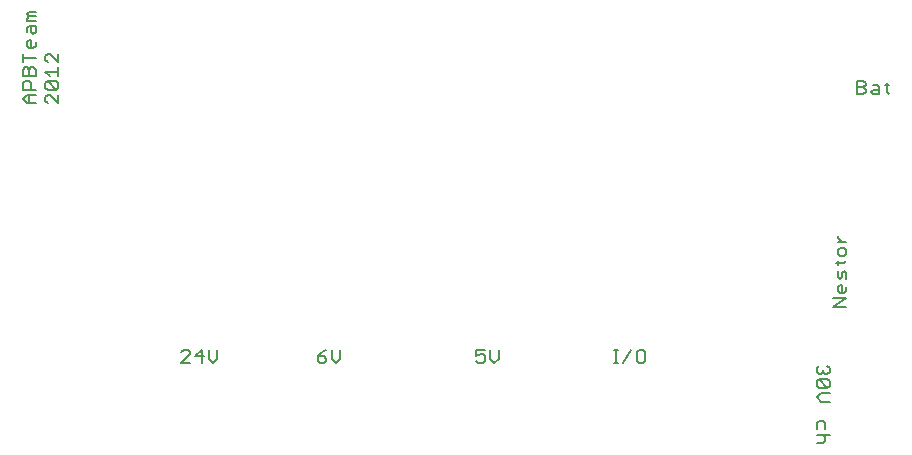
<source format=gto>
From 03d1a781f719c914973957790e3052e5f9ed4d2f Mon Sep 17 00:00:00 2001
From: Nicolas Schodet
Date: Sun, 25 Mar 2012 21:40:47 +0200
Subject: digital/io-hub, analog/supply: batchpcb order

---
 .../pcb/orders/batchpcb_2012-03-22/supply.GTO      | 285 +++++++++++++++++++++
 1 file changed, 285 insertions(+)
 create mode 100644 analog/supply/pcb/orders/batchpcb_2012-03-22/supply.GTO

(limited to 'analog/supply/pcb/orders/batchpcb_2012-03-22/supply.GTO')

diff --git a/analog/supply/pcb/orders/batchpcb_2012-03-22/supply.GTO b/analog/supply/pcb/orders/batchpcb_2012-03-22/supply.GTO
new file mode 100644
index 00000000..3820cf87
--- /dev/null
+++ b/analog/supply/pcb/orders/batchpcb_2012-03-22/supply.GTO
@@ -0,0 +1,285 @@
+G75*
+G70*
+%OFA0B0*%
+%FSLAX24Y24*%
+%IPPOS*%
+%LPD*%
+%AMOC8*
+5,1,8,0,0,1.08239X$1,22.5*
+%
+%ADD10C,0.0080*%
+D10*
+X006227Y005656D02*
+X006508Y005936D01*
+X006508Y006006D01*
+X006438Y006076D01*
+X006297Y006076D01*
+X006227Y006006D01*
+X006688Y005866D02*
+X006968Y005866D01*
+X007148Y005796D02*
+X007288Y005656D01*
+X007428Y005796D01*
+X007428Y006076D01*
+X007148Y006076D02*
+X007148Y005796D01*
+X006898Y005656D02*
+X006898Y006076D01*
+X006688Y005866D01*
+X006508Y005656D02*
+X006227Y005656D01*
+X010782Y005726D02*
+X010852Y005656D01*
+X010992Y005656D01*
+X011062Y005726D01*
+X011062Y005796D01*
+X010992Y005866D01*
+X010782Y005866D01*
+X010782Y005726D01*
+X010782Y005866D02*
+X010922Y006006D01*
+X011062Y006076D01*
+X011243Y006076D02*
+X011243Y005796D01*
+X011383Y005656D01*
+X011523Y005796D01*
+X011523Y006076D01*
+X016058Y006076D02*
+X016058Y005866D01*
+X016198Y005936D01*
+X016268Y005936D01*
+X016338Y005866D01*
+X016338Y005726D01*
+X016268Y005656D01*
+X016128Y005656D01*
+X016058Y005726D01*
+X016058Y006076D02*
+X016338Y006076D01*
+X016518Y006076D02*
+X016518Y005796D01*
+X016658Y005656D01*
+X016798Y005796D01*
+X016798Y006076D01*
+X020633Y006076D02*
+X020773Y006076D01*
+X020703Y006076D02*
+X020703Y005656D01*
+X020633Y005656D02*
+X020773Y005656D01*
+X020940Y005656D02*
+X021220Y006076D01*
+X021400Y006006D02*
+X021400Y005726D01*
+X021470Y005656D01*
+X021610Y005656D01*
+X021680Y005726D01*
+X021680Y006006D01*
+X021610Y006076D01*
+X021470Y006076D01*
+X021400Y006006D01*
+X027412Y005494D02*
+X027412Y005354D01*
+X027482Y005284D01*
+X027552Y005284D01*
+X027622Y005354D01*
+X027622Y005424D01*
+X027622Y005354D02*
+X027692Y005284D01*
+X027762Y005284D01*
+X027832Y005354D01*
+X027832Y005494D01*
+X027762Y005564D01*
+X027482Y005564D02*
+X027412Y005494D01*
+X027482Y005104D02*
+X027762Y004824D01*
+X027482Y004824D01*
+X027412Y004894D01*
+X027412Y005034D01*
+X027482Y005104D01*
+X027762Y005104D01*
+X027832Y005034D01*
+X027832Y004894D01*
+X027762Y004824D01*
+X027832Y004643D02*
+X027552Y004643D01*
+X027412Y004503D01*
+X027552Y004363D01*
+X027832Y004363D01*
+X027622Y003723D02*
+X027482Y003723D01*
+X027412Y003653D01*
+X027412Y003442D01*
+X027412Y003262D02*
+X027832Y003262D01*
+X027692Y003192D02*
+X027692Y003052D01*
+X027622Y002982D01*
+X027412Y002982D01*
+X027622Y003262D02*
+X027692Y003192D01*
+X027692Y003442D02*
+X027692Y003653D01*
+X027622Y003723D01*
+X027962Y007521D02*
+X028383Y007802D01*
+X027962Y007802D01*
+X028173Y007982D02*
+X028103Y008052D01*
+X028103Y008192D01*
+X028173Y008262D01*
+X028243Y008262D01*
+X028243Y007982D01*
+X028313Y007982D02*
+X028173Y007982D01*
+X028313Y007982D02*
+X028383Y008052D01*
+X028383Y008192D01*
+X028383Y008442D02*
+X028383Y008652D01*
+X028313Y008722D01*
+X028243Y008652D01*
+X028243Y008512D01*
+X028173Y008442D01*
+X028103Y008512D01*
+X028103Y008722D01*
+X028103Y008902D02*
+X028103Y009043D01*
+X028033Y008973D02*
+X028313Y008973D01*
+X028383Y009043D01*
+X028313Y009209D02*
+X028383Y009279D01*
+X028383Y009420D01*
+X028313Y009490D01*
+X028173Y009490D01*
+X028103Y009420D01*
+X028103Y009279D01*
+X028173Y009209D01*
+X028313Y009209D01*
+X028383Y009670D02*
+X028103Y009670D01*
+X028243Y009670D02*
+X028103Y009810D01*
+X028103Y009880D01*
+X027962Y007521D02*
+X028383Y007521D01*
+X028750Y014620D02*
+X028960Y014620D01*
+X029030Y014691D01*
+X029030Y014761D01*
+X028960Y014831D01*
+X028750Y014831D01*
+X028750Y015041D02*
+X028750Y014620D01*
+X028960Y014831D02*
+X029030Y014901D01*
+X029030Y014971D01*
+X028960Y015041D01*
+X028750Y015041D01*
+X029281Y014901D02*
+X029421Y014901D01*
+X029491Y014831D01*
+X029491Y014620D01*
+X029281Y014620D01*
+X029211Y014691D01*
+X029281Y014761D01*
+X029491Y014761D01*
+X029671Y014901D02*
+X029811Y014901D01*
+X029741Y014971D02*
+X029741Y014691D01*
+X029811Y014620D01*
+X002113Y014578D02*
+X002113Y014298D01*
+X001833Y014578D01*
+X001763Y014578D01*
+X001693Y014508D01*
+X001693Y014368D01*
+X001763Y014298D01*
+X001363Y014298D02*
+X001083Y014298D01*
+X000943Y014438D01*
+X001083Y014578D01*
+X001363Y014578D01*
+X001363Y014758D02*
+X000943Y014758D01*
+X000943Y014968D01*
+X001013Y015038D01*
+X001153Y015038D01*
+X001223Y014968D01*
+X001223Y014758D01*
+X001153Y014578D02*
+X001153Y014298D01*
+X001693Y014828D02*
+X001693Y014968D01*
+X001763Y015038D01*
+X002043Y014758D01*
+X002113Y014828D01*
+X002113Y014968D01*
+X002043Y015038D01*
+X001763Y015038D01*
+X001833Y015218D02*
+X001693Y015358D01*
+X002113Y015358D01*
+X002113Y015218D02*
+X002113Y015499D01*
+X002113Y015679D02*
+X001833Y015959D01*
+X001763Y015959D01*
+X001693Y015889D01*
+X001693Y015749D01*
+X001763Y015679D01*
+X002113Y015679D02*
+X002113Y015959D01*
+X001363Y015819D02*
+X000943Y015819D01*
+X000943Y015679D02*
+X000943Y015959D01*
+X001153Y016139D02*
+X001083Y016209D01*
+X001083Y016349D01*
+X001153Y016419D01*
+X001223Y016419D01*
+X001223Y016139D01*
+X001293Y016139D02*
+X001153Y016139D01*
+X001293Y016139D02*
+X001363Y016209D01*
+X001363Y016349D01*
+X001293Y016599D02*
+X001223Y016669D01*
+X001223Y016880D01*
+X001153Y016880D02*
+X001363Y016880D01*
+X001363Y016669D01*
+X001293Y016599D01*
+X001083Y016669D02*
+X001083Y016810D01*
+X001153Y016880D01*
+X001083Y017060D02*
+X001083Y017130D01*
+X001153Y017200D01*
+X001083Y017270D01*
+X001153Y017340D01*
+X001363Y017340D01*
+X001363Y017200D02*
+X001153Y017200D01*
+X001083Y017060D02*
+X001363Y017060D01*
+X001293Y015499D02*
+X001363Y015429D01*
+X001363Y015218D01*
+X000943Y015218D01*
+X000943Y015429D01*
+X001013Y015499D01*
+X001083Y015499D01*
+X001153Y015429D01*
+X001153Y015218D01*
+X001153Y015429D02*
+X001223Y015499D01*
+X001293Y015499D01*
+X001693Y014828D02*
+X001763Y014758D01*
+X002043Y014758D01*
+M02*
-- 
cgit v1.2.3


</source>
